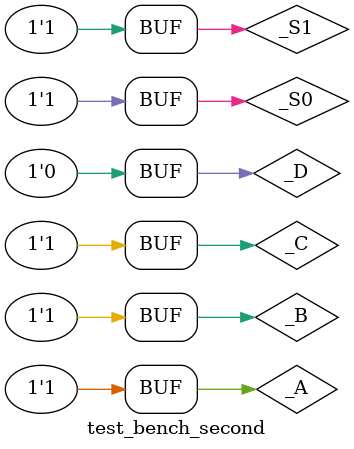
<source format=v>
module mux1(s,a,b,f);
  input s,a,b;
  output f;
  wire w1,w2,w3;
  
  and(w2,a,w1);
  not(w1,s);
  and(w3,b,s);
  or(f,w2,w3);
  
endmodule

module mux2(A,B,C,D,S1,S0,F);
 input A,B,C,D,S0,S1;
 output F;
  mux1 m0(.a(A),.b(B),.s(S0),.f(w4));
  mux1 m1(.a(C),.b(D),.s(S0),.f(w5));
  mux1 m2(.a(w4),.b(w5),.s(S1),.f(F));
endmodule

module test_bench_second();
  reg _A,_B,_C,_D,_S1,_S0;
  wire _F;
  mux2 m3(.A(_A), .B(_B), .C(_C), .D(_D), .S0(_S0), .S1(_S1), .F(_F));
  initial begin
   _S0=1'b0; _S1=1'b0; _A=1'b1; _B=1'b0; _C=1'b0; _D=1'b0;
   #20
   _S0=1'b1; _S1=1'b0; _A=1'b0; _B=1'b1; _C=1'b0; _D=1'b0;
   #20
   _S0=1'b0; _S1=1'b1; _A=1'b0; _B=1'b0; _C=1'b1; _D=1'b0;
   #20
   _S0=1'b1; _S1=1'b1; _A=1'b0; _B=1'b0; _C=1'b0; _D=1'b1;
   #20
   _S0=1'b0; _S1=1'b0; _A=1'b0; _B=1'b1; _C=1'b1; _D=1'b1;
   #20
   _S0=1'b1; _S1=1'b0; _A=1'b1; _B=1'b0; _C=1'b1; _D=1'b1;
   #20
   _S0=1'b0; _S1=1'b1; _A=1'b1; _B=1'b1; _C=1'b0; _D=1'b1;
   #20
   _S0=1'b1; _S1=1'b1; _A=1'b1; _B=1'b1; _C=1'b1; _D=1'b0;
   
end
endmodule
</source>
